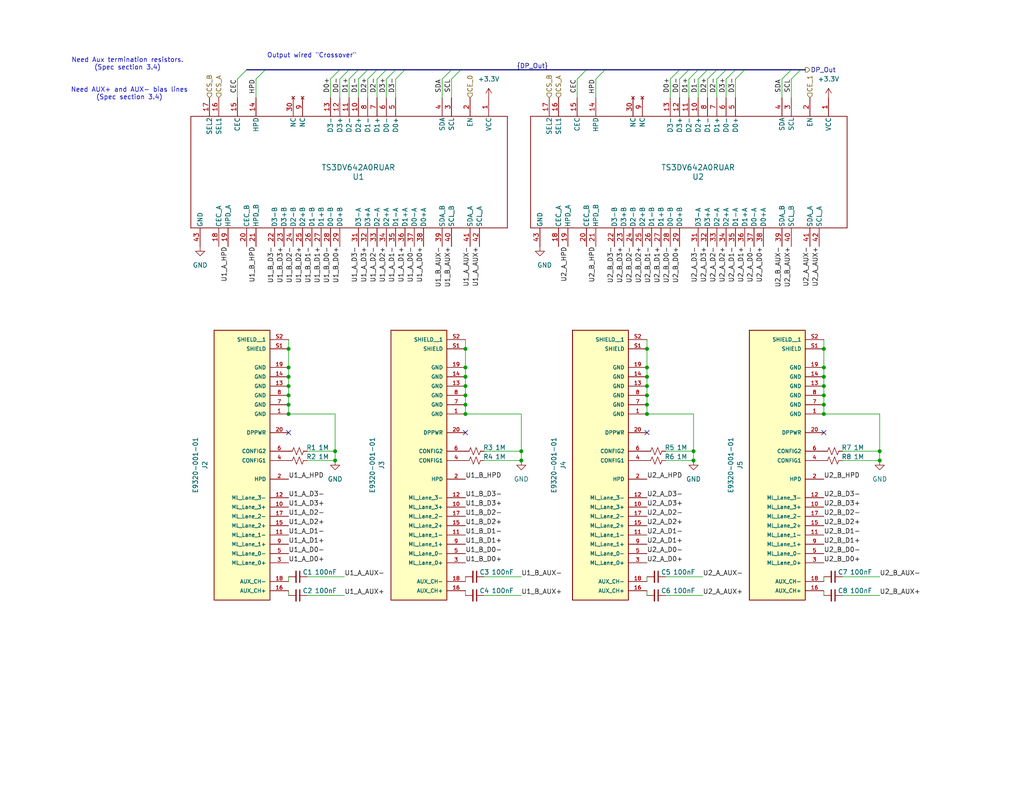
<source format=kicad_sch>
(kicad_sch (version 20250114) (generator "eeschema") (generator_version "9.0")
  (paper "USLetter")
  (title_block (title "DisplayPort Switching") (date "21-Feb-2025") (rev "1") (company "rieberger.ca"))
  (lib_symbols
    (symbol "Device:C_Small" (pin_numbers (hide yes)) (pin_names (offset 0.254) (hide yes))
      (property "Reference" "C" (at 0.254 1.778 0))
      (property "Value" "C_Small" (at 0.254 -2.032 0))
      (symbol "C_Small_0_1"
        (polyline (pts (xy -1.524 0.508) (xy 1.524 0.508)) (stroke (width 0.3048)))
        (polyline (pts (xy -1.524 -0.508) (xy 1.524 -0.508)) (stroke (width 0.3302)))
      )
      (symbol "C_Small_1_1"
        (pin passive line (at 0 2.54 270) (length 2.032) (name "~") (number "1"))
        (pin passive line (at 0 -2.54 90) (length 2.032) (name "~") (number "2"))
      )
    )
    (symbol "Device:R_Small_US" (pin_numbers (hide yes)) (pin_names (offset 0.254) (hide yes))
      (property "Reference" "R" (at 0.762 0.508 0))
      (property "Value" "R_Small_US" (at 0.762 -1.016 0))
      (symbol "R_Small_US_1_1"
        (polyline (pts (xy 0 1.524) (xy 1.016 1.143) (xy 0 0.762) (xy -1.016 0.381) (xy 0 0)))
        (polyline (pts (xy 0 0) (xy 1.016 -0.381) (xy 0 -0.762) (xy -1.016 -1.143) (xy 0 -1.524)))
        (pin passive line (at 0 2.54 270) (length 1.016) (name "~") (number "1"))
        (pin passive line (at 0 -2.54 90) (length 1.016) (name "~") (number "2"))
      )
    )
    (symbol "Mini-DP:E9320-001-01" (pin_names (offset 1.016))
      (property "Reference" "J" (at -6.858 39.116 0))
      (property "Value" "E9320-001-01" (at -7.112 -39.624 0))
      (symbol "E9320-001-01_0_0"
        (rectangle (start -7.62 38.1) (end 7.62 -35.56) (stroke (width 0.254)) (fill (type background)))
        (pin passive line (at -12.7 -30.48 0) (length 5.08) (name "SHIELD") (number "S1"))
        (pin passive line (at -12.7 -33.02 0) (length 5.08) (name "SHIELD__1") (number "S2"))
      )
      (symbol "E9320-001-01_1_0"
        (pin passive line (at -12.7 35.56 0) (length 5.08) (name "AUX_CH+") (number "16"))
        (pin passive line (at -12.7 33.02 0) (length 5.08) (name "AUX_CH-") (number "18"))
        (pin passive line (at -12.7 27.94 0) (length 5.08) (name "ML_Lane_0+") (number "3"))
        (pin passive line (at -12.7 25.4 0) (length 5.08) (name "ML_Lane_0-") (number "5"))
        (pin passive line (at -12.7 22.86 0) (length 5.08) (name "ML_Lane_1+") (number "9"))
        (pin passive line (at -12.7 20.32 0) (length 5.08) (name "ML_Lane_1-") (number "11"))
        (pin passive line (at -12.7 17.78 0) (length 5.08) (name "ML_Lane_2+") (number "15"))
        (pin passive line (at -12.7 15.24 0) (length 5.08) (name "ML_Lane_2-") (number "17"))
        (pin passive line (at -12.7 12.7 0) (length 5.08) (name "ML_Lane_3+") (number "10"))
        (pin passive line (at -12.7 10.16 0) (length 5.08) (name "ML_Lane_3-") (number "12"))
        (pin passive line (at -12.7 5.08 0) (length 5.08) (name "HPD") (number "2"))
        (pin passive line (at -12.7 0 0) (length 5.08) (name "CONFIG1") (number "4"))
        (pin passive line (at -12.7 -2.54 0) (length 5.08) (name "CONFIG2") (number "6"))
        (pin passive line (at -12.7 -7.62 0) (length 5.08) (name "DPPWR") (number "20"))
        (pin passive line (at -12.7 -12.7 0) (length 5.08) (name "GND") (number "1"))
        (pin passive line (at -12.7 -15.24 0) (length 5.08) (name "GND") (number "7"))
        (pin passive line (at -12.7 -17.78 0) (length 5.08) (name "GND") (number "8"))
        (pin passive line (at -12.7 -20.32 0) (length 5.08) (name "GND") (number "13"))
        (pin passive line (at -12.7 -22.86 0) (length 5.08) (name "GND") (number "14"))
        (pin passive line (at -12.7 -25.4 0) (length 5.08) (name "GND") (number "19"))
      )
    )
    (symbol "TS3DV642:TS3DV642A0RUAR" (pin_names (offset 0.254))
      (property "Reference" "U" (at 0 2.54 0))
      (property "Value" "TS3DV642A0RUAR" (at 0 0 0))
      (symbol "TS3DV642A0RUAR_0_1"
        (polyline (pts (xy -15.24 43.18) (xy -15.24 -43.18)) (stroke (width 0.2032)))
        (polyline (pts (xy -15.24 -43.18) (xy 15.24 -43.18)) (stroke (width 0.2032)))
        (polyline (pts (xy 15.24 43.18) (xy -15.24 43.18)) (stroke (width 0.2032)))
        (polyline (pts (xy 15.24 -43.18) (xy 15.24 43.18)) (stroke (width 0.2032)))
        (pin power_in line (at -20.32 38.1 0) (length 5.08) (name "VCC") (number "1"))
        (pin input line (at -20.32 33.02 0) (length 5.08) (name "EN") (number "2"))
        (pin bidirectional line (at -20.32 27.94 0) (length 5.08) (name "SCL") (number "3"))
        (pin bidirectional line (at -20.32 25.4 0) (length 5.08) (name "SDA") (number "4"))
        (pin bidirectional line (at -20.32 12.7 0) (length 5.08) (name "D0+") (number "5"))
        (pin bidirectional line (at -20.32 10.16 0) (length 5.08) (name "D0-") (number "6"))
        (pin bidirectional line (at -20.32 7.62 0) (length 5.08) (name "D1+") (number "7"))
        (pin bidirectional line (at -20.32 5.08 0) (length 5.08) (name "D1-") (number "8"))
        (pin bidirectional line (at -20.32 2.54 0) (length 5.08) (name "D2+") (number "10"))
        (pin bidirectional line (at -20.32 0 0) (length 5.08) (name "D2-") (number "11"))
        (pin bidirectional line (at -20.32 -2.54 0) (length 5.08) (name "D3+") (number "12"))
        (pin bidirectional line (at -20.32 -5.08 0) (length 5.08) (name "D3-") (number "13"))
        (pin bidirectional line (at -20.32 -25.4 0) (length 5.08) (name "HPD") (number "14"))
        (pin bidirectional line (at -20.32 -30.48 0) (length 5.08) (name "CEC") (number "15"))
        (pin input line (at -20.32 -35.56 0) (length 5.08) (name "SEL1") (number "16"))
        (pin input line (at -20.32 -38.1 0) (length 5.08) (name "SEL2") (number "17"))
        (pin bidirectional line (at 20.32 35.56 180) (length 5.08) (name "SCL_A") (number "42"))
        (pin bidirectional line (at 20.32 33.02 180) (length 5.08) (name "SDA_A") (number "41"))
        (pin bidirectional line (at 20.32 27.94 180) (length 5.08) (name "SCL_B") (number "40"))
        (pin bidirectional line (at 20.32 25.4 180) (length 5.08) (name "SDA_B") (number "39"))
        (pin bidirectional line (at 20.32 20.32 180) (length 5.08) (name "D0+A") (number "38"))
        (pin bidirectional line (at 20.32 17.78 180) (length 5.08) (name "D0-A") (number "37"))
        (pin bidirectional line (at 20.32 15.24 180) (length 5.08) (name "D1+A") (number "36"))
        (pin bidirectional line (at 20.32 12.7 180) (length 5.08) (name "D1-A") (number "35"))
        (pin bidirectional line (at 20.32 10.16 180) (length 5.08) (name "D2+A") (number "34"))
        (pin bidirectional line (at 20.32 7.62 180) (length 5.08) (name "D2-A") (number "33"))
        (pin bidirectional line (at 20.32 5.08 180) (length 5.08) (name "D3+A") (number "32"))
        (pin bidirectional line (at 20.32 2.54 180) (length 5.08) (name "D3-A") (number "31"))
        (pin bidirectional line (at 20.32 -2.54 180) (length 5.08) (name "D0+B") (number "29"))
        (pin bidirectional line (at 20.32 -5.08 180) (length 5.08) (name "D0-B") (number "28"))
        (pin bidirectional line (at 20.32 -7.62 180) (length 5.08) (name "D1+B") (number "27"))
        (pin bidirectional line (at 20.32 -10.16 180) (length 5.08) (name "D1-B") (number "26"))
        (pin bidirectional line (at 20.32 -12.7 180) (length 5.08) (name "D2+B") (number "25"))
        (pin bidirectional line (at 20.32 -15.24 180) (length 5.08) (name "D2-B") (number "24"))
        (pin bidirectional line (at 20.32 -17.78 180) (length 5.08) (name "D3+B") (number "23"))
        (pin bidirectional line (at 20.32 -20.32 180) (length 5.08) (name "D3-B") (number "22"))
        (pin bidirectional line (at 20.32 -25.4 180) (length 5.08) (name "HPD_B") (number "21"))
        (pin bidirectional line (at 20.32 -27.94 180) (length 5.08) (name "CEC_B") (number "20"))
        (pin bidirectional line (at 20.32 -33.02 180) (length 5.08) (name "HPD_A") (number "19"))
        (pin bidirectional line (at 20.32 -35.56 180) (length 5.08) (name "CEC_A") (number "18"))
        (pin power_in line (at 20.32 -40.64 180) (length 5.08) (name "GND") (number "43"))
      )
      (symbol "TS3DV642A0RUAR_1_1"
        (pin no_connect line (at -20.32 -12.7 0) (length 5.08) (name "NC") (number "9"))
        (pin no_connect line (at -20.32 -15.24 0) (length 5.08) (name "NC") (number "30"))
      )
    )
    (symbol "power:+3.3V" (power) (pin_names (offset 0))
      (property "Value" "+3.3V" (at 0 3.556 0))
      (symbol "+3.3V_0_1"
        (polyline (pts (xy -0.762 1.27) (xy 0 2.54)))
        (polyline (pts (xy 0 2.54) (xy 0.762 1.27)))
        (polyline (pts (xy 0 0) (xy 0 2.54)))
      )
      (symbol "+3.3V_1_1"
        (pin power_in line (at 0 0 90) (length 0) (hide yes) (name "+3.3V") (number "1"))
      )
    )
    (symbol "power:GND" (power) (pin_names (offset 0))
      (property "Value" "GND" (at 0 -3.81 0))
      (symbol "GND_0_1"
        (polyline (pts (xy 0 0) (xy 0 -1.27) (xy 1.27 -1.27) (xy 0 -2.54) (xy -1.27 -1.27) (xy 0 -1.27)))
      )
      (symbol "GND_1_1"
        (pin power_in line (at 0 0 270) (length 0) (hide yes) (name "GND") (number "1"))
      )
    )
  )
  (text "Need Aux termination resistors.\n(Spec section 3.4)" (at 34.798 17.526 0) (effects (font (size 1.27 1.27))))
  (text "Need AUX+ and AUX- bias lines\n(Spec section 3.4)" (at 35.306 25.654 0) (effects (font (size 1.27 1.27))))
  (text "Output wired \"Crossover\"" (at 85.09 15.24 0) (effects (font (size 1.27 1.27))))
  (junction (at 142.24 123.19))
  (junction (at 78.74 113.03))
  (junction (at 176.53 113.03))
  (junction (at 91.44 123.19))
  (junction (at 127 95.25))
  (junction (at 176.53 107.95))
  (junction (at 91.44 125.73))
  (junction (at 224.79 110.49))
  (junction (at 224.79 102.87))
  (junction (at 127 102.87))
  (junction (at 127 113.03))
  (junction (at 176.53 100.33))
  (junction (at 127 105.41))
  (junction (at 176.53 110.49))
  (junction (at 78.74 95.25))
  (junction (at 224.79 113.03))
  (junction (at 189.23 125.73))
  (junction (at 127 107.95))
  (junction (at 224.79 95.25))
  (junction (at 127 100.33))
  (junction (at 189.23 123.19))
  (junction (at 224.79 105.41))
  (junction (at 224.79 100.33))
  (junction (at 176.53 95.25))
  (junction (at 240.03 123.19))
  (junction (at 240.03 125.73))
  (junction (at 78.74 107.95))
  (junction (at 78.74 105.41))
  (junction (at 78.74 100.33))
  (junction (at 224.79 107.95))
  (junction (at 176.53 102.87))
  (junction (at 78.74 110.49))
  (junction (at 142.24 125.73))
  (junction (at 127 110.49))
  (junction (at 176.53 105.41))
  (junction (at 78.74 102.87))
  (no_connect (at 224.79 118.11))
  (no_connect (at 176.53 118.11))
  (no_connect (at 78.74 118.11))
  (no_connect (at 127 118.11))
  (bus_entry (at 102.87 19.05) (size -2.54 2.54))
  (bus_entry (at 107.95 19.05) (size -2.54 2.54))
  (bus_entry (at 125.73 19.05) (size -2.54 2.54))
  (bus_entry (at 95.25 19.05) (size -2.54 2.54))
  (bus_entry (at 105.41 19.05) (size -2.54 2.54))
  (bus_entry (at 193.04 19.05) (size -2.54 2.54))
  (bus_entry (at 160.02 19.05) (size -2.54 2.54))
  (bus_entry (at 165.1 19.05) (size -2.54 2.54))
  (bus_entry (at 123.19 19.05) (size -2.54 2.54))
  (bus_entry (at 67.31 19.05) (size -2.54 2.54))
  (bus_entry (at 72.39 19.05) (size -2.54 2.54))
  (bus_entry (at 218.44 19.05) (size -2.54 2.54))
  (bus_entry (at 187.96 19.05) (size -2.54 2.54))
  (bus_entry (at 97.79 19.05) (size -2.54 2.54))
  (bus_entry (at 203.2 19.05) (size -2.54 2.54))
  (bus_entry (at 200.66 19.05) (size -2.54 2.54))
  (bus_entry (at 185.42 19.05) (size -2.54 2.54))
  (bus_entry (at 195.58 19.05) (size -2.54 2.54))
  (bus_entry (at 92.71 19.05) (size -2.54 2.54))
  (bus_entry (at 215.9 19.05) (size -2.54 2.54))
  (bus_entry (at 100.33 19.05) (size -2.54 2.54))
  (bus_entry (at 190.5 19.05) (size -2.54 2.54))
  (bus_entry (at 198.12 19.05) (size -2.54 2.54))
  (bus_entry (at 110.49 19.05) (size -2.54 2.54))
  (bus (pts (xy 105.41 19.05) (xy 102.87 19.05)))
  (wire (pts (xy 229.87 162.56) (xy 240.03 162.56)))
  (wire (pts (xy 213.36 21.59) (xy 213.36 26.67)))
  (bus (pts (xy 215.9 19.05) (xy 203.2 19.05)))
  (wire (pts (xy 127 105.41) (xy 127 107.95)))
  (wire (pts (xy 182.88 21.59) (xy 182.88 26.67)))
  (bus (pts (xy 190.5 19.05) (xy 187.96 19.05)))
  (wire (pts (xy 78.74 95.25) (xy 78.74 92.71)))
  (wire (pts (xy 78.74 162.56) (xy 78.74 161.29)))
  (bus (pts (xy 185.42 19.05) (xy 165.1 19.05)))
  (wire (pts (xy 193.04 21.59) (xy 193.04 26.67)))
  (wire (pts (xy 176.53 105.41) (xy 176.53 102.87)))
  (wire (pts (xy 132.08 162.56) (xy 142.24 162.56)))
  (wire (pts (xy 78.74 110.49) (xy 78.74 107.95)))
  (wire (pts (xy 224.79 107.95) (xy 224.79 110.49)))
  (wire (pts (xy 224.79 113.03) (xy 224.79 110.49)))
  (bus (pts (xy 110.49 19.05) (xy 107.95 19.05)))
  (wire (pts (xy 176.53 162.56) (xy 176.53 161.29)))
  (wire (pts (xy 127 162.56) (xy 127 161.29)))
  (wire (pts (xy 107.95 21.59) (xy 107.95 26.67)))
  (wire (pts (xy 127 107.95) (xy 127 110.49)))
  (wire (pts (xy 91.44 125.73) (xy 91.44 123.19)))
  (bus (pts (xy 95.25 19.05) (xy 92.71 19.05)))
  (bus (pts (xy 100.33 19.05) (xy 97.79 19.05)))
  (wire (pts (xy 120.65 21.59) (xy 120.65 26.67)))
  (wire (pts (xy 157.48 21.59) (xy 157.48 26.67)))
  (wire (pts (xy 224.79 100.33) (xy 224.79 102.87)))
  (wire (pts (xy 176.53 100.33) (xy 176.53 95.25)))
  (bus (pts (xy 125.73 19.05) (xy 123.19 19.05)))
  (bus (pts (xy 193.04 19.05) (xy 190.5 19.05)))
  (wire (pts (xy 91.44 125.73) (xy 83.82 125.73)))
  (bus (pts (xy 97.79 19.05) (xy 95.25 19.05)))
  (wire (pts (xy 142.24 125.73) (xy 132.08 125.73)))
  (wire (pts (xy 189.23 123.19) (xy 181.61 123.19)))
  (wire (pts (xy 142.24 125.73) (xy 142.24 123.19)))
  (wire (pts (xy 176.53 113.03) (xy 176.53 110.49)))
  (wire (pts (xy 195.58 21.59) (xy 195.58 26.67)))
  (wire (pts (xy 93.98 162.56) (xy 83.82 162.56)))
  (wire (pts (xy 78.74 105.41) (xy 78.74 102.87)))
  (wire (pts (xy 91.44 113.03) (xy 91.44 123.19)))
  (wire (pts (xy 78.74 113.03) (xy 78.74 110.49)))
  (wire (pts (xy 105.41 21.59) (xy 105.41 26.67)))
  (wire (pts (xy 176.53 157.48) (xy 176.53 158.75)))
  (wire (pts (xy 215.9 21.59) (xy 215.9 26.67)))
  (wire (pts (xy 78.74 107.95) (xy 78.74 105.41)))
  (wire (pts (xy 90.17 21.59) (xy 90.17 26.67)))
  (wire (pts (xy 224.79 92.71) (xy 224.79 95.25)))
  (wire (pts (xy 191.77 162.56) (xy 181.61 162.56)))
  (bus (pts (xy 198.12 19.05) (xy 195.58 19.05)))
  (wire (pts (xy 91.44 123.19) (xy 83.82 123.19)))
  (wire (pts (xy 189.23 113.03) (xy 189.23 123.19)))
  (wire (pts (xy 127 100.33) (xy 127 102.87)))
  (wire (pts (xy 189.23 125.73) (xy 189.23 123.19)))
  (wire (pts (xy 83.82 157.48) (xy 93.98 157.48)))
  (wire (pts (xy 127 113.03) (xy 127 110.49)))
  (wire (pts (xy 229.87 157.48) (xy 240.03 157.48)))
  (wire (pts (xy 189.23 113.03) (xy 176.53 113.03)))
  (wire (pts (xy 198.12 21.59) (xy 198.12 26.67)))
  (bus (pts (xy 102.87 19.05) (xy 100.33 19.05)))
  (wire (pts (xy 127 102.87) (xy 127 105.41)))
  (wire (pts (xy 240.03 123.19) (xy 229.87 123.19)))
  (wire (pts (xy 142.24 113.03) (xy 142.24 123.19)))
  (bus (pts (xy 92.71 19.05) (xy 72.39 19.05)))
  (wire (pts (xy 224.79 102.87) (xy 224.79 105.41)))
  (bus (pts (xy 218.44 19.05) (xy 215.9 19.05)))
  (bus (pts (xy 107.95 19.05) (xy 105.41 19.05)))
  (wire (pts (xy 78.74 100.33) (xy 78.74 95.25)))
  (wire (pts (xy 97.79 21.59) (xy 97.79 26.67)))
  (bus (pts (xy 160.02 19.05) (xy 125.73 19.05)))
  (wire (pts (xy 64.77 21.59) (xy 64.77 26.67)))
  (bus (pts (xy 219.71 19.05) (xy 218.44 19.05)))
  (wire (pts (xy 95.25 21.59) (xy 95.25 26.67)))
  (wire (pts (xy 127 92.71) (xy 127 95.25)))
  (wire (pts (xy 132.08 157.48) (xy 142.24 157.48)))
  (wire (pts (xy 240.03 125.73) (xy 240.03 123.19)))
  (wire (pts (xy 91.44 113.03) (xy 78.74 113.03)))
  (wire (pts (xy 224.79 157.48) (xy 224.79 158.75)))
  (wire (pts (xy 224.79 162.56) (xy 224.79 161.29)))
  (wire (pts (xy 240.03 125.73) (xy 229.87 125.73)))
  (wire (pts (xy 78.74 157.48) (xy 78.74 158.75)))
  (wire (pts (xy 78.74 102.87) (xy 78.74 100.33)))
  (wire (pts (xy 127 95.25) (xy 127 100.33)))
  (wire (pts (xy 240.03 113.03) (xy 240.03 123.19)))
  (wire (pts (xy 69.85 21.59) (xy 69.85 26.67)))
  (bus (pts (xy 203.2 19.05) (xy 200.66 19.05)))
  (wire (pts (xy 92.71 21.59) (xy 92.71 26.67)))
  (wire (pts (xy 224.79 113.03) (xy 240.03 113.03)))
  (wire (pts (xy 102.87 21.59) (xy 102.87 26.67)))
  (wire (pts (xy 127 113.03) (xy 142.24 113.03)))
  (wire (pts (xy 189.23 125.73) (xy 181.61 125.73)))
  (bus (pts (xy 123.19 19.05) (xy 110.49 19.05)))
  (wire (pts (xy 100.33 21.59) (xy 100.33 26.67)))
  (wire (pts (xy 127 157.48) (xy 127 158.75)))
  (bus (pts (xy 72.39 19.05) (xy 67.31 19.05)))
  (bus (pts (xy 187.96 19.05) (xy 185.42 19.05)))
  (wire (pts (xy 224.79 95.25) (xy 224.79 100.33)))
  (wire (pts (xy 142.24 123.19) (xy 132.08 123.19)))
  (wire (pts (xy 176.53 107.95) (xy 176.53 105.41)))
  (wire (pts (xy 185.42 21.59) (xy 185.42 26.67)))
  (wire (pts (xy 224.79 105.41) (xy 224.79 107.95)))
  (wire (pts (xy 176.53 102.87) (xy 176.53 100.33)))
  (wire (pts (xy 187.96 21.59) (xy 187.96 26.67)))
  (bus (pts (xy 195.58 19.05) (xy 193.04 19.05)))
  (bus (pts (xy 165.1 19.05) (xy 160.02 19.05)))
  (wire (pts (xy 190.5 21.59) (xy 190.5 26.67)))
  (wire (pts (xy 162.56 21.59) (xy 162.56 26.67)))
  (wire (pts (xy 181.61 157.48) (xy 191.77 157.48)))
  (wire (pts (xy 176.53 110.49) (xy 176.53 107.95)))
  (wire (pts (xy 123.19 21.59) (xy 123.19 26.67)))
  (bus (pts (xy 200.66 19.05) (xy 198.12 19.05)))
  (wire (pts (xy 176.53 95.25) (xy 176.53 92.71)))
  (wire (pts (xy 200.66 21.59) (xy 200.66 26.67)))
  (label "D3+" (at 105.41 25.4 90))
  (label "U2_B_D1+" (at 224.79 148.59 0))
  (label "D3+" (at 198.12 25.4 90))
  (label "D1+" (at 187.96 25.4 90))
  (label "U1_B_D0-" (at 127 151.13 0))
  (label "U2_A_D0-" (at 205.74 67.31 270))
  (label "U1_A_AUX+" (at 93.98 162.56 0))
  (label "U2_A_D3-" (at 190.5 67.31 270))
  (label "U1_B_D1-" (at 85.09 67.31 270))
  (label "SDA" (at 120.65 21.59 270))
  (label "U1_B_D3-" (at 74.93 67.31 270))
  (label "U1_B_D2-" (at 80.01 67.31 270))
  (label "U2_A_D1-" (at 176.53 146.05 0))
  (label "D2-" (at 102.87 25.4 90))
  (label "{DP_Out}" (at 140.97 19.05 0))
  (label "U2_B_D0-" (at 182.88 67.31 270))
  (label "U1_B_D1+" (at 127 148.59 0))
  (label "D1-" (at 190.5 25.4 90))
  (label "U1_A_D3+" (at 78.74 138.43 0))
  (label "U2_B_D0+" (at 185.42 67.31 270))
  (label "D3-" (at 200.66 25.4 90))
  (label "U1_A_AUX-" (at 128.27 67.31 270))
  (label "SCL" (at 123.19 21.59 270))
  (label "U1_B_AUX-" (at 142.24 157.48 0))
  (label "U1_A_D1+" (at 110.49 67.31 270))
  (label "U2_A_D1-" (at 200.66 67.31 270))
  (label "U1_B_AUX+" (at 142.24 162.56 0))
  (label "U1_A_D2-" (at 102.87 67.31 270))
  (label "U2_A_AUX-" (at 220.98 67.31 270))
  (label "U2_B_D1+" (at 180.34 67.31 270))
  (label "SDA" (at 213.36 21.59 270))
  (label "U1_A_D0+" (at 78.74 153.67 0))
  (label "U1_B_D2-" (at 127 140.97 0))
  (label "U1_B_D2+" (at 82.55 67.31 270))
  (label "U1_A_D3-" (at 97.79 67.31 270))
  (label "U1_A_D2-" (at 78.74 140.97 0))
  (label "U2_A_D0+" (at 208.28 67.31 270))
  (label "D0+" (at 182.88 25.4 90))
  (label "U1_A_D0+" (at 115.57 67.31 270))
  (label "D3-" (at 107.95 25.4 90))
  (label "U2_A_D3-" (at 176.53 135.89 0))
  (label "U2_B_D2-" (at 172.72 67.31 270))
  (label "D1+" (at 95.25 25.4 90))
  (label "U2_A_D2-" (at 195.58 67.31 270))
  (label "U2_B_D3+" (at 224.79 138.43 0))
  (label "D2+" (at 193.04 25.4 90))
  (label "U1_B_D1+" (at 87.63 67.31 270))
  (label "U2_A_D0-" (at 176.53 151.13 0))
  (label "U2_A_D1+" (at 176.53 148.59 0))
  (label "U2_B_D2-" (at 224.79 140.97 0))
  (label "U1_A_HPD" (at 78.74 130.81 0))
  (label "U1_B_D2+" (at 127 143.51 0))
  (label "U2_A_D3+" (at 176.53 138.43 0))
  (label "U1_A_D1+" (at 78.74 148.59 0))
  (label "U2_A_AUX-" (at 191.77 157.48 0))
  (label "U1_B_D1-" (at 127 146.05 0))
  (label "U1_A_D0-" (at 113.03 67.31 270))
  (label "U2_B_D0-" (at 224.79 151.13 0))
  (label "U1_A_D0-" (at 78.74 151.13 0))
  (label "SCL" (at 215.9 21.59 270))
  (label "CEC" (at 157.48 21.59 270))
  (label "U1_A_D3+" (at 100.33 67.31 270))
  (label "U2_B_D3+" (at 170.18 67.31 270))
  (label "U2_A_D2-" (at 176.53 140.97 0))
  (label "U2_B_AUX-" (at 213.36 67.31 270))
  (label "U2_A_D2+" (at 176.53 143.51 0))
  (label "U1_A_D1-" (at 107.95 67.31 270))
  (label "U2_A_HPD" (at 154.94 67.31 270))
  (label "U2_A_D1+" (at 203.2 67.31 270))
  (label "U2_B_AUX+" (at 215.9 67.31 270))
  (label "U2_B_D1-" (at 224.79 146.05 0))
  (label "U1_B_D0+" (at 127 153.67 0))
  (label "U2_A_D3+" (at 193.04 67.31 270))
  (label "U2_B_D3-" (at 167.64 67.31 270))
  (label "U1_B_AUX+" (at 123.19 67.31 270))
  (label "D0-" (at 185.42 25.4 90))
  (label "U1_B_HPD" (at 127 130.81 0))
  (label "U2_B_D2+" (at 175.26 67.31 270))
  (label "D2-" (at 195.58 25.4 90))
  (label "CEC" (at 64.77 21.59 270))
  (label "D2+" (at 100.33 25.4 90))
  (label "U1_B_D0-" (at 90.17 67.31 270))
  (label "D0+" (at 90.17 25.4 90))
  (label "U1_B_HPD" (at 69.85 67.31 270))
  (label "U2_B_D2+" (at 224.79 143.51 0))
  (label "U2_B_D0+" (at 224.79 153.67 0))
  (label "U1_A_D2+" (at 105.41 67.31 270))
  (label "U2_B_D1-" (at 177.8 67.31 270))
  (label "U2_A_HPD" (at 176.53 130.81 0))
  (label "HPD" (at 162.56 21.59 270))
  (label "U2_B_AUX+" (at 240.03 162.56 0))
  (label "U2_A_AUX+" (at 223.52 67.31 270))
  (label "U2_A_D0+" (at 176.53 153.67 0))
  (label "U1_A_HPD" (at 62.23 67.31 270))
  (label "U1_A_D2+" (at 78.74 143.51 0))
  (label "U1_A_D3-" (at 78.74 135.89 0))
  (label "U1_B_D3+" (at 77.47 67.31 270))
  (label "U2_B_D3-" (at 224.79 135.89 0))
  (label "U1_A_AUX-" (at 93.98 157.48 0))
  (label "U1_A_D1-" (at 78.74 146.05 0))
  (label "U1_B_D0+" (at 92.71 67.31 270))
  (label "D0-" (at 92.71 25.4 90))
  (label "U1_B_D3+" (at 127 138.43 0))
  (label "U2_A_D2+" (at 198.12 67.31 270))
  (label "U2_B_HPD" (at 162.56 67.31 270))
  (label "U1_A_AUX+" (at 130.81 67.31 270))
  (label "U1_B_AUX-" (at 120.65 67.31 270))
  (label "U2_B_HPD" (at 224.79 130.81 0))
  (label "HPD" (at 69.85 21.59 270))
  (label "U1_B_D3-" (at 127 135.89 0))
  (label "U2_A_AUX+" (at 191.77 162.56 0))
  (label "D1-" (at 97.79 25.4 90))
  (label "U2_B_AUX-" (at 240.03 157.48 0))
  (hierarchical_label "CS_A" (shape input) (at 59.69 26.67 90))
  (hierarchical_label "DP_Out" (shape output) (at 219.71 19.05 0))
  (hierarchical_label "CS_A" (shape input) (at 152.4 26.67 90))
  (hierarchical_label "CE_0" (shape input) (at 128.27 26.67 90))
  (hierarchical_label "CE_1" (shape input) (at 220.98 26.67 90))
  (hierarchical_label "CS_B" (shape input) (at 57.15 26.67 90))
  (hierarchical_label "CS_B" (shape input) (at 149.86 26.67 90))
  (symbol (lib_id "Mini-DP:E9320-001-01") (at 114.3 125.73 180) (unit 1)
    (property "Reference" "J3" (at 104.14 127 90))
    (property "Value" "E9320-001-01" (at 101.6 127 90))
    (property "Footprint" "E9320-001-01:PULSE_E9320-001-01" (effects (hide yes)))
    (property "PARTREV" "01" (effects (hide yes)))
    (property "MANUFACTURER" "Pulse Electronics" (effects (hide yes)))
    (property "MAXIMUM_PACKAGE_HEIGHT" "8.95 mm" (effects (hide yes)))
    (property "STANDARD" "Manufacturer Recommendations" (effects (hide yes)))
  )
  (symbol (lib_id "TS3DV642:TS3DV642A0RUAR") (at 95.25 46.99 270) (unit 1)
    (property "Reference" "U1" (at 97.79 48.26 90) (effects (font (size 1.524 1.524))))
    (property "Value" "TS3DV642A0RUAR" (at 97.79 45.72 90) (effects (font (size 1.524 1.524))))
    (property "Footprint" "RUA0042A" (effects (hide yes)))
    (property "Datasheet" "TS3DV642A0RUAR" (effects (hide yes)))
  )
  (symbol (lib_id "Mini-DP:E9320-001-01") (at 66.04 125.73 180) (unit 1)
    (property "Reference" "J2" (at 55.88 127 90))
    (property "Value" "E9320-001-01" (at 53.34 127 90))
    (property "Footprint" "E9320-001-01:PULSE_E9320-001-01" (effects (hide yes)))
    (property "PARTREV" "01" (effects (hide yes)))
    (property "MANUFACTURER" "Pulse Electronics" (effects (hide yes)))
    (property "MAXIMUM_PACKAGE_HEIGHT" "8.95 mm" (effects (hide yes)))
    (property "STANDARD" "Manufacturer Recommendations" (effects (hide yes)))
  )
  (symbol (lib_id "power:GND") (at 189.23 125.73 0) (unit 1)
    (property "Reference" "#PWR015" (effects (hide yes)))
    (property "Value" "GND" (at 189.23 130.81 0))
  )
  (symbol (lib_id "Device:C_Small") (at 179.07 157.48 270) (unit 1)
    (property "Reference" "C5" (at 180.34 156.21 90) (effects (justify left)))
    (property "Value" "100nF" (at 183.642 156.21 90) (effects (justify left)))
    (property "Description" "Unpolarized capacitor, small symbol" (effects (hide yes)))
  )
  (symbol (lib_id "Device:R_Small_US") (at 179.07 123.19 270) (unit 1)
    (property "Reference" "R5" (at 181.356 122.174 90) (effects (justify left)))
    (property "Value" "1M" (at 184.658 122.174 90) (effects (justify left)))
    (property "Description" "Resistor, small US symbol" (effects (hide yes)))
  )
  (symbol (lib_id "Device:C_Small") (at 227.33 162.56 270) (unit 1)
    (property "Reference" "C8" (at 228.6 161.29 90) (effects (justify left)))
    (property "Value" "100nF" (at 231.902 161.29 90) (effects (justify left)))
    (property "Description" "Unpolarized capacitor, small symbol" (effects (hide yes)))
  )
  (symbol (lib_id "TS3DV642:TS3DV642A0RUAR") (at 187.96 46.99 270) (unit 1)
    (property "Reference" "U2" (at 190.5 48.26 90) (effects (font (size 1.524 1.524))))
    (property "Value" "TS3DV642A0RUAR" (at 190.5 45.72 90) (effects (font (size 1.524 1.524))))
    (property "Footprint" "RUA0042A" (effects (hide yes)))
    (property "Datasheet" "TS3DV642A0RUAR" (effects (hide yes)))
  )
  (symbol (lib_id "Mini-DP:E9320-001-01") (at 212.09 125.73 180) (unit 1)
    (property "Reference" "J5" (at 201.93 127 90))
    (property "Value" "E9320-001-01" (at 199.39 127 90))
    (property "Footprint" "E9320-001-01:PULSE_E9320-001-01" (effects (hide yes)))
    (property "PARTREV" "01" (effects (hide yes)))
    (property "MANUFACTURER" "Pulse Electronics" (effects (hide yes)))
    (property "MAXIMUM_PACKAGE_HEIGHT" "8.95 mm" (effects (hide yes)))
    (property "STANDARD" "Manufacturer Recommendations" (effects (hide yes)))
  )
  (symbol (lib_id "Device:R_Small_US") (at 81.28 125.73 270) (unit 1)
    (property "Reference" "R2" (at 83.566 124.714 90) (effects (justify left)))
    (property "Value" "1M" (at 86.868 124.714 90) (effects (justify left)))
    (property "Description" "Resistor, small US symbol" (effects (hide yes)))
  )
  (symbol (lib_id "Device:C_Small") (at 81.28 157.48 270) (unit 1)
    (property "Reference" "C1" (at 82.55 156.21 90) (effects (justify left)))
    (property "Value" "100nF" (at 85.852 156.21 90) (effects (justify left)))
    (property "Description" "Unpolarized capacitor, small symbol" (effects (hide yes)))
  )
  (symbol (lib_id "Device:C_Small") (at 227.33 157.48 270) (unit 1)
    (property "Reference" "C7" (at 228.6 156.21 90) (effects (justify left)))
    (property "Value" "100nF" (at 231.902 156.21 90) (effects (justify left)))
    (property "Description" "Unpolarized capacitor, small symbol" (effects (hide yes)))
  )
  (symbol (lib_id "power:+3.3V") (at 133.35 26.67 0) (unit 1)
    (property "Reference" "#PWR02" (effects (hide yes)))
    (property "Value" "+3.3V" (at 133.35 21.59 0))
  )
  (symbol (lib_id "Device:C_Small") (at 81.28 162.56 270) (unit 1)
    (property "Reference" "C2" (at 82.55 161.29 90) (effects (justify left)))
    (property "Value" "100nF" (at 85.852 161.29 90) (effects (justify left)))
    (property "Description" "Unpolarized capacitor, small symbol" (effects (hide yes)))
  )
  (symbol (lib_id "Device:R_Small_US") (at 129.54 123.19 270) (unit 1)
    (property "Reference" "R3" (at 131.826 122.174 90) (effects (justify left)))
    (property "Value" "1M" (at 135.128 122.174 90) (effects (justify left)))
    (property "Description" "Resistor, small US symbol" (effects (hide yes)))
  )
  (symbol (lib_id "Device:R_Small_US") (at 81.28 123.19 270) (unit 1)
    (property "Reference" "R1" (at 83.566 122.174 90) (effects (justify left)))
    (property "Value" "1M" (at 86.868 122.174 90) (effects (justify left)))
    (property "Description" "Resistor, small US symbol" (effects (hide yes)))
  )
  (symbol (lib_id "Device:C_Small") (at 179.07 162.56 270) (unit 1)
    (property "Reference" "C6" (at 180.34 161.29 90) (effects (justify left)))
    (property "Value" "100nF" (at 183.642 161.29 90) (effects (justify left)))
    (property "Description" "Unpolarized capacitor, small symbol" (effects (hide yes)))
  )
  (symbol (lib_id "power:GND") (at 142.24 125.73 0) (unit 1)
    (property "Reference" "#PWR013" (effects (hide yes)))
    (property "Value" "GND" (at 142.24 130.81 0))
  )
  (symbol (lib_id "Mini-DP:E9320-001-01") (at 163.83 125.73 180) (unit 1)
    (property "Reference" "J4" (at 153.67 127 90))
    (property "Value" "E9320-001-01" (at 151.13 127 90))
    (property "Footprint" "E9320-001-01:PULSE_E9320-001-01" (effects (hide yes)))
    (property "PARTREV" "01" (effects (hide yes)))
    (property "MANUFACTURER" "Pulse Electronics" (effects (hide yes)))
    (property "MAXIMUM_PACKAGE_HEIGHT" "8.95 mm" (effects (hide yes)))
    (property "STANDARD" "Manufacturer Recommendations" (effects (hide yes)))
  )
  (symbol (lib_id "power:GND") (at 240.03 125.73 0) (unit 1)
    (property "Reference" "#PWR016" (effects (hide yes)))
    (property "Value" "GND" (at 240.03 130.81 0))
  )
  (symbol (lib_id "power:+3.3V") (at 226.06 26.67 0) (unit 1)
    (property "Reference" "#PWR01" (effects (hide yes)))
    (property "Value" "+3.3V" (at 226.06 21.59 0))
  )
  (symbol (lib_id "power:GND") (at 147.32 67.31 0) (unit 1)
    (property "Reference" "#PWR03" (effects (hide yes)))
    (property "Value" "GND" (at 148.59 72.39 0))
  )
  (symbol (lib_id "power:GND") (at 54.61 67.31 0) (unit 1)
    (property "Reference" "#PWR04" (effects (hide yes)))
    (property "Value" "GND" (at 54.61 72.39 0))
  )
  (symbol (lib_id "Device:R_Small_US") (at 227.33 123.19 270) (unit 1)
    (property "Reference" "R7" (at 229.616 122.174 90) (effects (justify left)))
    (property "Value" "1M" (at 232.918 122.174 90) (effects (justify left)))
    (property "Description" "Resistor, small US symbol" (effects (hide yes)))
  )
  (symbol (lib_id "Device:R_Small_US") (at 129.54 125.73 270) (unit 1)
    (property "Reference" "R4" (at 131.826 124.714 90) (effects (justify left)))
    (property "Value" "1M" (at 135.128 124.714 90) (effects (justify left)))
    (property "Description" "Resistor, small US symbol" (effects (hide yes)))
  )
  (symbol (lib_id "Device:C_Small") (at 129.54 162.56 270) (unit 1)
    (property "Reference" "C4" (at 130.81 161.29 90) (effects (justify left)))
    (property "Value" "100nF" (at 134.112 161.29 90) (effects (justify left)))
    (property "Description" "Unpolarized capacitor, small symbol" (effects (hide yes)))
  )
  (symbol (lib_id "Device:C_Small") (at 129.54 157.48 270) (unit 1)
    (property "Reference" "C3" (at 130.81 156.21 90) (effects (justify left)))
    (property "Value" "100nF" (at 134.112 156.21 90) (effects (justify left)))
    (property "Description" "Unpolarized capacitor, small symbol" (effects (hide yes)))
  )
  (symbol (lib_id "Device:R_Small_US") (at 227.33 125.73 270) (unit 1)
    (property "Reference" "R8" (at 229.616 124.714 90) (effects (justify left)))
    (property "Value" "1M" (at 232.918 124.714 90) (effects (justify left)))
    (property "Description" "Resistor, small US symbol" (effects (hide yes)))
  )
  (symbol (lib_id "power:GND") (at 91.44 125.73 0) (unit 1)
    (property "Reference" "#PWR014" (effects (hide yes)))
    (property "Value" "GND" (at 91.44 130.81 0))
  )
  (symbol (lib_id "Device:R_Small_US") (at 179.07 125.73 270) (unit 1)
    (property "Reference" "R6" (at 181.356 124.714 90) (effects (justify left)))
    (property "Value" "1M" (at 184.658 124.714 90) (effects (justify left)))
    (property "Description" "Resistor, small US symbol" (effects (hide yes)))
  )
)
</source>
